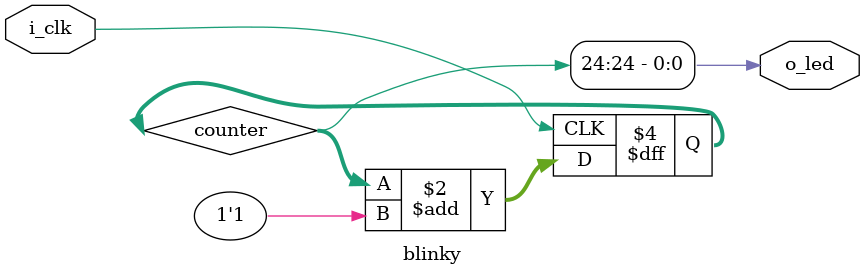
<source format=v>

`default_nettype none

module blinky(
    input wire i_clk,
    output wire o_led       //temp debug
    //here will go all the address and data lines and stuff - make the addr width variable
    );

    parameter CBITS = 25;

    //here will go all the address and data lines and stuff

    reg	[CBITS-1:0]	counter = 0;
    always @(posedge i_clk)
    counter <= counter + 1'b1;
    assign o_led = counter[CBITS-1];
endmodule

</source>
